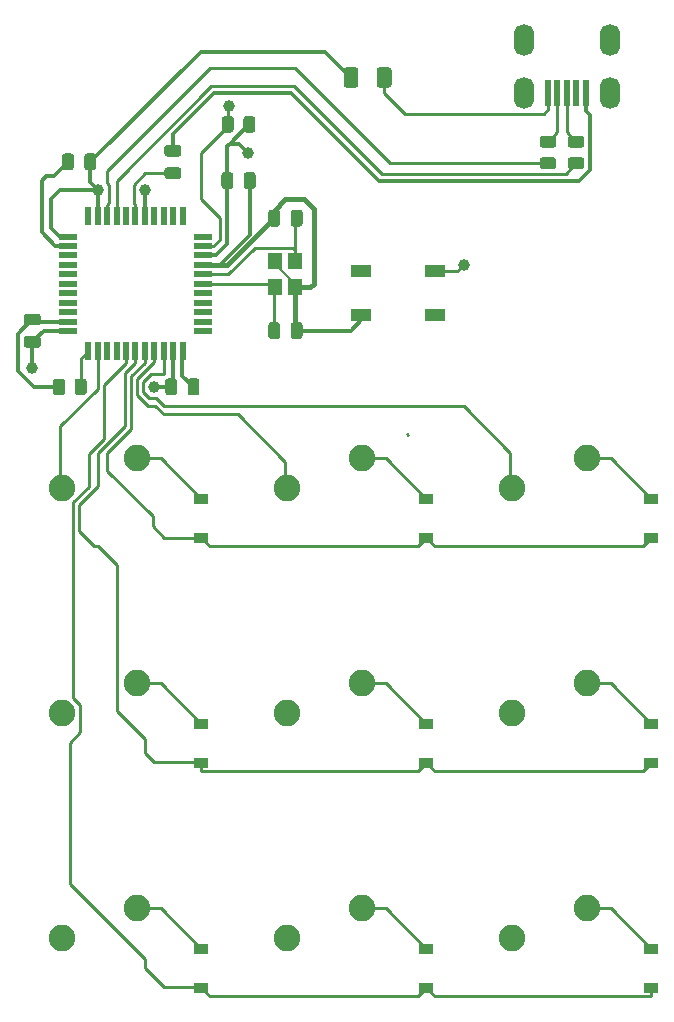
<source format=gbr>
%TF.GenerationSoftware,KiCad,Pcbnew,(5.1.9)-1*%
%TF.CreationDate,2021-02-16T15:15:00-07:00*%
%TF.ProjectId,keyboard_design_example,6b657962-6f61-4726-945f-64657369676e,rev?*%
%TF.SameCoordinates,Original*%
%TF.FileFunction,Copper,L2,Bot*%
%TF.FilePolarity,Positive*%
%FSLAX46Y46*%
G04 Gerber Fmt 4.6, Leading zero omitted, Abs format (unit mm)*
G04 Created by KiCad (PCBNEW (5.1.9)-1) date 2021-02-16 15:15:00*
%MOMM*%
%LPD*%
G01*
G04 APERTURE LIST*
%TA.AperFunction,ComponentPad*%
%ADD10C,2.250000*%
%TD*%
%TA.AperFunction,SMDPad,CuDef*%
%ADD11R,1.500000X0.550000*%
%TD*%
%TA.AperFunction,SMDPad,CuDef*%
%ADD12R,0.550000X1.500000*%
%TD*%
%TA.AperFunction,SMDPad,CuDef*%
%ADD13R,1.200000X0.900000*%
%TD*%
%TA.AperFunction,SMDPad,CuDef*%
%ADD14R,1.200000X1.400000*%
%TD*%
%TA.AperFunction,ComponentPad*%
%ADD15O,1.700000X2.700000*%
%TD*%
%TA.AperFunction,SMDPad,CuDef*%
%ADD16R,0.500000X2.250000*%
%TD*%
%TA.AperFunction,SMDPad,CuDef*%
%ADD17R,1.800000X1.100000*%
%TD*%
%TA.AperFunction,ViaPad*%
%ADD18C,1.000000*%
%TD*%
%TA.AperFunction,Conductor*%
%ADD19C,0.254000*%
%TD*%
%TA.AperFunction,Conductor*%
%ADD20C,0.350000*%
%TD*%
%TA.AperFunction,Conductor*%
%ADD21C,0.381000*%
%TD*%
%TA.AperFunction,Conductor*%
%ADD22C,0.200000*%
%TD*%
G04 APERTURE END LIST*
D10*
%TO.P,MX4,2*%
%TO.N,Net-(D4-Pad2)*%
X24765000Y-163195000D03*
%TO.P,MX4,1*%
%TO.N,COL0*%
X18415000Y-165735000D03*
%TD*%
%TO.P,MX1,2*%
%TO.N,Net-(D1-Pad2)*%
X24765000Y-144145000D03*
%TO.P,MX1,1*%
%TO.N,COL0*%
X18415000Y-146685000D03*
%TD*%
%TO.P,MX6,2*%
%TO.N,Net-(D6-Pad2)*%
X62865000Y-163195000D03*
%TO.P,MX6,1*%
%TO.N,COL2*%
X56515000Y-165735000D03*
%TD*%
%TO.P,MX9,2*%
%TO.N,Net-(D9-Pad2)*%
X62865000Y-182245000D03*
%TO.P,MX9,1*%
%TO.N,COL2*%
X56515000Y-184785000D03*
%TD*%
%TO.P,MX2,2*%
%TO.N,Net-(D2-Pad2)*%
X43815000Y-144145000D03*
%TO.P,MX2,1*%
%TO.N,COL1*%
X37465000Y-146685000D03*
%TD*%
%TO.P,MX5,2*%
%TO.N,Net-(D5-Pad2)*%
X43815000Y-163195000D03*
%TO.P,MX5,1*%
%TO.N,COL1*%
X37465000Y-165735000D03*
%TD*%
D11*
%TO.P,U1,44*%
%TO.N,+5V*%
X18906250Y-125381250D03*
%TO.P,U1,43*%
%TO.N,GND*%
X18906250Y-126181250D03*
%TO.P,U1,42*%
%TO.N,Net-(U1-Pad42)*%
X18906250Y-126981250D03*
%TO.P,U1,41*%
%TO.N,Net-(U1-Pad41)*%
X18906250Y-127781250D03*
%TO.P,U1,40*%
%TO.N,Net-(U1-Pad40)*%
X18906250Y-128581250D03*
%TO.P,U1,39*%
%TO.N,Net-(U1-Pad39)*%
X18906250Y-129381250D03*
%TO.P,U1,38*%
%TO.N,Net-(U1-Pad38)*%
X18906250Y-130181250D03*
%TO.P,U1,37*%
%TO.N,Net-(U1-Pad37)*%
X18906250Y-130981250D03*
%TO.P,U1,36*%
%TO.N,Net-(U1-Pad36)*%
X18906250Y-131781250D03*
%TO.P,U1,35*%
%TO.N,GND*%
X18906250Y-132581250D03*
%TO.P,U1,34*%
%TO.N,+5V*%
X18906250Y-133381250D03*
D12*
%TO.P,U1,33*%
%TO.N,Net-(R4-Pad2)*%
X20606250Y-135081250D03*
%TO.P,U1,32*%
%TO.N,COL0*%
X21406250Y-135081250D03*
%TO.P,U1,31*%
%TO.N,Net-(U1-Pad31)*%
X22206250Y-135081250D03*
%TO.P,U1,30*%
%TO.N,Net-(U1-Pad30)*%
X23006250Y-135081250D03*
%TO.P,U1,29*%
%TO.N,ROW2*%
X23806250Y-135081250D03*
%TO.P,U1,28*%
%TO.N,ROW1*%
X24606250Y-135081250D03*
%TO.P,U1,27*%
%TO.N,ROW0*%
X25406250Y-135081250D03*
%TO.P,U1,26*%
%TO.N,COL1*%
X26206250Y-135081250D03*
%TO.P,U1,25*%
%TO.N,COL2*%
X27006250Y-135081250D03*
%TO.P,U1,24*%
%TO.N,+5V*%
X27806250Y-135081250D03*
%TO.P,U1,23*%
%TO.N,GND*%
X28606250Y-135081250D03*
D11*
%TO.P,U1,22*%
%TO.N,Net-(U1-Pad22)*%
X30306250Y-133381250D03*
%TO.P,U1,21*%
%TO.N,Net-(U1-Pad21)*%
X30306250Y-132581250D03*
%TO.P,U1,20*%
%TO.N,Net-(U1-Pad20)*%
X30306250Y-131781250D03*
%TO.P,U1,19*%
%TO.N,Net-(U1-Pad19)*%
X30306250Y-130981250D03*
%TO.P,U1,18*%
%TO.N,Net-(U1-Pad18)*%
X30306250Y-130181250D03*
%TO.P,U1,17*%
%TO.N,Net-(C5-Pad1)*%
X30306250Y-129381250D03*
%TO.P,U1,16*%
%TO.N,Net-(C6-Pad1)*%
X30306250Y-128581250D03*
%TO.P,U1,15*%
%TO.N,GND*%
X30306250Y-127781250D03*
%TO.P,U1,14*%
%TO.N,+5V*%
X30306250Y-126981250D03*
%TO.P,U1,13*%
%TO.N,Net-(R3-Pad2)*%
X30306250Y-126181250D03*
%TO.P,U1,12*%
%TO.N,Net-(U1-Pad12)*%
X30306250Y-125381250D03*
D12*
%TO.P,U1,11*%
%TO.N,Net-(U1-Pad11)*%
X28606250Y-123681250D03*
%TO.P,U1,10*%
%TO.N,Net-(U1-Pad10)*%
X27806250Y-123681250D03*
%TO.P,U1,9*%
%TO.N,Net-(U1-Pad9)*%
X27006250Y-123681250D03*
%TO.P,U1,8*%
%TO.N,Net-(U1-Pad8)*%
X26206250Y-123681250D03*
%TO.P,U1,7*%
%TO.N,+5V*%
X25406250Y-123681250D03*
%TO.P,U1,6*%
%TO.N,Net-(C7-Pad1)*%
X24606250Y-123681250D03*
%TO.P,U1,5*%
%TO.N,GND*%
X23806250Y-123681250D03*
%TO.P,U1,4*%
%TO.N,Net-(R2-Pad1)*%
X23006250Y-123681250D03*
%TO.P,U1,3*%
%TO.N,Net-(R1-Pad1)*%
X22206250Y-123681250D03*
%TO.P,U1,2*%
%TO.N,+5V*%
X21406250Y-123681250D03*
%TO.P,U1,1*%
%TO.N,Net-(U1-Pad1)*%
X20606250Y-123681250D03*
%TD*%
D10*
%TO.P,MX8,2*%
%TO.N,Net-(D8-Pad2)*%
X43815000Y-182245000D03*
%TO.P,MX8,1*%
%TO.N,COL1*%
X37465000Y-184785000D03*
%TD*%
%TO.P,MX7,2*%
%TO.N,Net-(D7-Pad2)*%
X24765000Y-182245000D03*
%TO.P,MX7,1*%
%TO.N,COL0*%
X18415000Y-184785000D03*
%TD*%
%TO.P,MX3,2*%
%TO.N,Net-(D3-Pad2)*%
X62865000Y-144145000D03*
%TO.P,MX3,1*%
%TO.N,COL2*%
X56515000Y-146685000D03*
%TD*%
D13*
%TO.P,D9,2*%
%TO.N,Net-(D9-Pad2)*%
X68262500Y-185675000D03*
%TO.P,D9,1*%
%TO.N,ROW2*%
X68262500Y-188975000D03*
%TD*%
%TO.P,D8,2*%
%TO.N,Net-(D8-Pad2)*%
X49212500Y-185675000D03*
%TO.P,D8,1*%
%TO.N,ROW2*%
X49212500Y-188975000D03*
%TD*%
%TO.P,D7,2*%
%TO.N,Net-(D7-Pad2)*%
X30162500Y-185675000D03*
%TO.P,D7,1*%
%TO.N,ROW2*%
X30162500Y-188975000D03*
%TD*%
%TO.P,D6,2*%
%TO.N,Net-(D6-Pad2)*%
X68262500Y-166625000D03*
%TO.P,D6,1*%
%TO.N,ROW1*%
X68262500Y-169925000D03*
%TD*%
%TO.P,D3,2*%
%TO.N,Net-(D3-Pad2)*%
X68262500Y-147575000D03*
%TO.P,D3,1*%
%TO.N,ROW0*%
X68262500Y-150875000D03*
%TD*%
D14*
%TO.P,Y1,4*%
%TO.N,GND*%
X36456250Y-127487500D03*
%TO.P,Y1,3*%
%TO.N,Net-(C6-Pad1)*%
X36456250Y-129687500D03*
%TO.P,Y1,2*%
%TO.N,GND*%
X38156250Y-129687500D03*
%TO.P,Y1,1*%
%TO.N,Net-(C5-Pad1)*%
X38156250Y-127487500D03*
%TD*%
D15*
%TO.P,USB1,6*%
%TO.N,Net-(USB1-Pad6)*%
X57468750Y-108743750D03*
X64768750Y-108743750D03*
X64768750Y-113243750D03*
X57468750Y-113243750D03*
D16*
%TO.P,USB1,5*%
%TO.N,VCC*%
X59518750Y-113243750D03*
%TO.P,USB1,4*%
%TO.N,D-*%
X60318750Y-113243750D03*
%TO.P,USB1,3*%
%TO.N,D+*%
X61118750Y-113243750D03*
%TO.P,USB1,2*%
%TO.N,Net-(USB1-Pad2)*%
X61918750Y-113243750D03*
%TO.P,USB1,1*%
%TO.N,GND*%
X62718750Y-113243750D03*
%TD*%
D17*
%TO.P,SW1,4*%
%TO.N,N/C*%
X49931250Y-132025000D03*
%TO.P,SW1,3*%
X43731250Y-128325000D03*
%TO.P,SW1,2*%
%TO.N,Net-(R3-Pad2)*%
X49931250Y-128325000D03*
%TO.P,SW1,1*%
%TO.N,GND*%
X43731250Y-132025000D03*
%TD*%
%TO.P,R4,2*%
%TO.N,Net-(R4-Pad2)*%
%TA.AperFunction,SMDPad,CuDef*%
G36*
G01*
X19450000Y-138562501D02*
X19450000Y-137662499D01*
G75*
G02*
X19699999Y-137412500I249999J0D01*
G01*
X20225001Y-137412500D01*
G75*
G02*
X20475000Y-137662499I0J-249999D01*
G01*
X20475000Y-138562501D01*
G75*
G02*
X20225001Y-138812500I-249999J0D01*
G01*
X19699999Y-138812500D01*
G75*
G02*
X19450000Y-138562501I0J249999D01*
G01*
G37*
%TD.AperFunction*%
%TO.P,R4,1*%
%TO.N,GND*%
%TA.AperFunction,SMDPad,CuDef*%
G36*
G01*
X17625000Y-138562501D02*
X17625000Y-137662499D01*
G75*
G02*
X17874999Y-137412500I249999J0D01*
G01*
X18400001Y-137412500D01*
G75*
G02*
X18650000Y-137662499I0J-249999D01*
G01*
X18650000Y-138562501D01*
G75*
G02*
X18400001Y-138812500I-249999J0D01*
G01*
X17874999Y-138812500D01*
G75*
G02*
X17625000Y-138562501I0J249999D01*
G01*
G37*
%TD.AperFunction*%
%TD*%
%TO.P,R3,2*%
%TO.N,Net-(R3-Pad2)*%
%TA.AperFunction,SMDPad,CuDef*%
G36*
G01*
X32937500Y-115437499D02*
X32937500Y-116337501D01*
G75*
G02*
X32687501Y-116587500I-249999J0D01*
G01*
X32162499Y-116587500D01*
G75*
G02*
X31912500Y-116337501I0J249999D01*
G01*
X31912500Y-115437499D01*
G75*
G02*
X32162499Y-115187500I249999J0D01*
G01*
X32687501Y-115187500D01*
G75*
G02*
X32937500Y-115437499I0J-249999D01*
G01*
G37*
%TD.AperFunction*%
%TO.P,R3,1*%
%TO.N,+5V*%
%TA.AperFunction,SMDPad,CuDef*%
G36*
G01*
X34762500Y-115437499D02*
X34762500Y-116337501D01*
G75*
G02*
X34512501Y-116587500I-249999J0D01*
G01*
X33987499Y-116587500D01*
G75*
G02*
X33737500Y-116337501I0J249999D01*
G01*
X33737500Y-115437499D01*
G75*
G02*
X33987499Y-115187500I249999J0D01*
G01*
X34512501Y-115187500D01*
G75*
G02*
X34762500Y-115437499I0J-249999D01*
G01*
G37*
%TD.AperFunction*%
%TD*%
%TO.P,R2,2*%
%TO.N,D+*%
%TA.AperFunction,SMDPad,CuDef*%
G36*
G01*
X62362501Y-117868750D02*
X61462499Y-117868750D01*
G75*
G02*
X61212500Y-117618751I0J249999D01*
G01*
X61212500Y-117093749D01*
G75*
G02*
X61462499Y-116843750I249999J0D01*
G01*
X62362501Y-116843750D01*
G75*
G02*
X62612500Y-117093749I0J-249999D01*
G01*
X62612500Y-117618751D01*
G75*
G02*
X62362501Y-117868750I-249999J0D01*
G01*
G37*
%TD.AperFunction*%
%TO.P,R2,1*%
%TO.N,Net-(R2-Pad1)*%
%TA.AperFunction,SMDPad,CuDef*%
G36*
G01*
X62362501Y-119693750D02*
X61462499Y-119693750D01*
G75*
G02*
X61212500Y-119443751I0J249999D01*
G01*
X61212500Y-118918749D01*
G75*
G02*
X61462499Y-118668750I249999J0D01*
G01*
X62362501Y-118668750D01*
G75*
G02*
X62612500Y-118918749I0J-249999D01*
G01*
X62612500Y-119443751D01*
G75*
G02*
X62362501Y-119693750I-249999J0D01*
G01*
G37*
%TD.AperFunction*%
%TD*%
%TO.P,R1,2*%
%TO.N,D-*%
%TA.AperFunction,SMDPad,CuDef*%
G36*
G01*
X59981251Y-117868750D02*
X59081249Y-117868750D01*
G75*
G02*
X58831250Y-117618751I0J249999D01*
G01*
X58831250Y-117093749D01*
G75*
G02*
X59081249Y-116843750I249999J0D01*
G01*
X59981251Y-116843750D01*
G75*
G02*
X60231250Y-117093749I0J-249999D01*
G01*
X60231250Y-117618751D01*
G75*
G02*
X59981251Y-117868750I-249999J0D01*
G01*
G37*
%TD.AperFunction*%
%TO.P,R1,1*%
%TO.N,Net-(R1-Pad1)*%
%TA.AperFunction,SMDPad,CuDef*%
G36*
G01*
X59981251Y-119693750D02*
X59081249Y-119693750D01*
G75*
G02*
X58831250Y-119443751I0J249999D01*
G01*
X58831250Y-118918749D01*
G75*
G02*
X59081249Y-118668750I249999J0D01*
G01*
X59981251Y-118668750D01*
G75*
G02*
X60231250Y-118918749I0J-249999D01*
G01*
X60231250Y-119443751D01*
G75*
G02*
X59981251Y-119693750I-249999J0D01*
G01*
G37*
%TD.AperFunction*%
%TD*%
%TO.P,F1,2*%
%TO.N,VCC*%
%TA.AperFunction,SMDPad,CuDef*%
G36*
G01*
X45037500Y-112543750D02*
X45037500Y-111293750D01*
G75*
G02*
X45287500Y-111043750I250000J0D01*
G01*
X46037500Y-111043750D01*
G75*
G02*
X46287500Y-111293750I0J-250000D01*
G01*
X46287500Y-112543750D01*
G75*
G02*
X46037500Y-112793750I-250000J0D01*
G01*
X45287500Y-112793750D01*
G75*
G02*
X45037500Y-112543750I0J250000D01*
G01*
G37*
%TD.AperFunction*%
%TO.P,F1,1*%
%TO.N,+5V*%
%TA.AperFunction,SMDPad,CuDef*%
G36*
G01*
X42237500Y-112543750D02*
X42237500Y-111293750D01*
G75*
G02*
X42487500Y-111043750I250000J0D01*
G01*
X43237500Y-111043750D01*
G75*
G02*
X43487500Y-111293750I0J-250000D01*
G01*
X43487500Y-112543750D01*
G75*
G02*
X43237500Y-112793750I-250000J0D01*
G01*
X42487500Y-112793750D01*
G75*
G02*
X42237500Y-112543750I0J250000D01*
G01*
G37*
%TD.AperFunction*%
%TD*%
D13*
%TO.P,D5,2*%
%TO.N,Net-(D5-Pad2)*%
X49212500Y-166625000D03*
%TO.P,D5,1*%
%TO.N,ROW1*%
X49212500Y-169925000D03*
%TD*%
%TO.P,D4,2*%
%TO.N,Net-(D4-Pad2)*%
X30162500Y-166625000D03*
%TO.P,D4,1*%
%TO.N,ROW1*%
X30162500Y-169925000D03*
%TD*%
%TO.P,D2,2*%
%TO.N,Net-(D2-Pad2)*%
X49212500Y-147575000D03*
%TO.P,D2,1*%
%TO.N,ROW0*%
X49212500Y-150875000D03*
%TD*%
%TO.P,D1,2*%
%TO.N,Net-(D1-Pad2)*%
X30162500Y-147575000D03*
%TO.P,D1,1*%
%TO.N,ROW0*%
X30162500Y-150875000D03*
%TD*%
%TO.P,C7,2*%
%TO.N,GND*%
%TA.AperFunction,SMDPad,CuDef*%
G36*
G01*
X28256250Y-118612500D02*
X27306250Y-118612500D01*
G75*
G02*
X27056250Y-118362500I0J250000D01*
G01*
X27056250Y-117862500D01*
G75*
G02*
X27306250Y-117612500I250000J0D01*
G01*
X28256250Y-117612500D01*
G75*
G02*
X28506250Y-117862500I0J-250000D01*
G01*
X28506250Y-118362500D01*
G75*
G02*
X28256250Y-118612500I-250000J0D01*
G01*
G37*
%TD.AperFunction*%
%TO.P,C7,1*%
%TO.N,Net-(C7-Pad1)*%
%TA.AperFunction,SMDPad,CuDef*%
G36*
G01*
X28256250Y-120512500D02*
X27306250Y-120512500D01*
G75*
G02*
X27056250Y-120262500I0J250000D01*
G01*
X27056250Y-119762500D01*
G75*
G02*
X27306250Y-119512500I250000J0D01*
G01*
X28256250Y-119512500D01*
G75*
G02*
X28506250Y-119762500I0J-250000D01*
G01*
X28506250Y-120262500D01*
G75*
G02*
X28256250Y-120512500I-250000J0D01*
G01*
G37*
%TD.AperFunction*%
%TD*%
%TO.P,C6,2*%
%TO.N,GND*%
%TA.AperFunction,SMDPad,CuDef*%
G36*
G01*
X37756250Y-133825000D02*
X37756250Y-132875000D01*
G75*
G02*
X38006250Y-132625000I250000J0D01*
G01*
X38506250Y-132625000D01*
G75*
G02*
X38756250Y-132875000I0J-250000D01*
G01*
X38756250Y-133825000D01*
G75*
G02*
X38506250Y-134075000I-250000J0D01*
G01*
X38006250Y-134075000D01*
G75*
G02*
X37756250Y-133825000I0J250000D01*
G01*
G37*
%TD.AperFunction*%
%TO.P,C6,1*%
%TO.N,Net-(C6-Pad1)*%
%TA.AperFunction,SMDPad,CuDef*%
G36*
G01*
X35856250Y-133825000D02*
X35856250Y-132875000D01*
G75*
G02*
X36106250Y-132625000I250000J0D01*
G01*
X36606250Y-132625000D01*
G75*
G02*
X36856250Y-132875000I0J-250000D01*
G01*
X36856250Y-133825000D01*
G75*
G02*
X36606250Y-134075000I-250000J0D01*
G01*
X36106250Y-134075000D01*
G75*
G02*
X35856250Y-133825000I0J250000D01*
G01*
G37*
%TD.AperFunction*%
%TD*%
%TO.P,C5,2*%
%TO.N,GND*%
%TA.AperFunction,SMDPad,CuDef*%
G36*
G01*
X36856250Y-123350000D02*
X36856250Y-124300000D01*
G75*
G02*
X36606250Y-124550000I-250000J0D01*
G01*
X36106250Y-124550000D01*
G75*
G02*
X35856250Y-124300000I0J250000D01*
G01*
X35856250Y-123350000D01*
G75*
G02*
X36106250Y-123100000I250000J0D01*
G01*
X36606250Y-123100000D01*
G75*
G02*
X36856250Y-123350000I0J-250000D01*
G01*
G37*
%TD.AperFunction*%
%TO.P,C5,1*%
%TO.N,Net-(C5-Pad1)*%
%TA.AperFunction,SMDPad,CuDef*%
G36*
G01*
X38756250Y-123350000D02*
X38756250Y-124300000D01*
G75*
G02*
X38506250Y-124550000I-250000J0D01*
G01*
X38006250Y-124550000D01*
G75*
G02*
X37756250Y-124300000I0J250000D01*
G01*
X37756250Y-123350000D01*
G75*
G02*
X38006250Y-123100000I250000J0D01*
G01*
X38506250Y-123100000D01*
G75*
G02*
X38756250Y-123350000I0J-250000D01*
G01*
G37*
%TD.AperFunction*%
%TD*%
%TO.P,C4,2*%
%TO.N,GND*%
%TA.AperFunction,SMDPad,CuDef*%
G36*
G01*
X19393750Y-118587500D02*
X19393750Y-119537500D01*
G75*
G02*
X19143750Y-119787500I-250000J0D01*
G01*
X18643750Y-119787500D01*
G75*
G02*
X18393750Y-119537500I0J250000D01*
G01*
X18393750Y-118587500D01*
G75*
G02*
X18643750Y-118337500I250000J0D01*
G01*
X19143750Y-118337500D01*
G75*
G02*
X19393750Y-118587500I0J-250000D01*
G01*
G37*
%TD.AperFunction*%
%TO.P,C4,1*%
%TO.N,+5V*%
%TA.AperFunction,SMDPad,CuDef*%
G36*
G01*
X21293750Y-118587500D02*
X21293750Y-119537500D01*
G75*
G02*
X21043750Y-119787500I-250000J0D01*
G01*
X20543750Y-119787500D01*
G75*
G02*
X20293750Y-119537500I0J250000D01*
G01*
X20293750Y-118587500D01*
G75*
G02*
X20543750Y-118337500I250000J0D01*
G01*
X21043750Y-118337500D01*
G75*
G02*
X21293750Y-118587500I0J-250000D01*
G01*
G37*
%TD.AperFunction*%
%TD*%
%TO.P,C3,2*%
%TO.N,GND*%
%TA.AperFunction,SMDPad,CuDef*%
G36*
G01*
X33787500Y-121125000D02*
X33787500Y-120175000D01*
G75*
G02*
X34037500Y-119925000I250000J0D01*
G01*
X34537500Y-119925000D01*
G75*
G02*
X34787500Y-120175000I0J-250000D01*
G01*
X34787500Y-121125000D01*
G75*
G02*
X34537500Y-121375000I-250000J0D01*
G01*
X34037500Y-121375000D01*
G75*
G02*
X33787500Y-121125000I0J250000D01*
G01*
G37*
%TD.AperFunction*%
%TO.P,C3,1*%
%TO.N,+5V*%
%TA.AperFunction,SMDPad,CuDef*%
G36*
G01*
X31887500Y-121125000D02*
X31887500Y-120175000D01*
G75*
G02*
X32137500Y-119925000I250000J0D01*
G01*
X32637500Y-119925000D01*
G75*
G02*
X32887500Y-120175000I0J-250000D01*
G01*
X32887500Y-121125000D01*
G75*
G02*
X32637500Y-121375000I-250000J0D01*
G01*
X32137500Y-121375000D01*
G75*
G02*
X31887500Y-121125000I0J250000D01*
G01*
G37*
%TD.AperFunction*%
%TD*%
%TO.P,C2,2*%
%TO.N,GND*%
%TA.AperFunction,SMDPad,CuDef*%
G36*
G01*
X29025000Y-138587500D02*
X29025000Y-137637500D01*
G75*
G02*
X29275000Y-137387500I250000J0D01*
G01*
X29775000Y-137387500D01*
G75*
G02*
X30025000Y-137637500I0J-250000D01*
G01*
X30025000Y-138587500D01*
G75*
G02*
X29775000Y-138837500I-250000J0D01*
G01*
X29275000Y-138837500D01*
G75*
G02*
X29025000Y-138587500I0J250000D01*
G01*
G37*
%TD.AperFunction*%
%TO.P,C2,1*%
%TO.N,+5V*%
%TA.AperFunction,SMDPad,CuDef*%
G36*
G01*
X27125000Y-138587500D02*
X27125000Y-137637500D01*
G75*
G02*
X27375000Y-137387500I250000J0D01*
G01*
X27875000Y-137387500D01*
G75*
G02*
X28125000Y-137637500I0J-250000D01*
G01*
X28125000Y-138587500D01*
G75*
G02*
X27875000Y-138837500I-250000J0D01*
G01*
X27375000Y-138837500D01*
G75*
G02*
X27125000Y-138587500I0J250000D01*
G01*
G37*
%TD.AperFunction*%
%TD*%
%TO.P,C1,2*%
%TO.N,GND*%
%TA.AperFunction,SMDPad,CuDef*%
G36*
G01*
X16350000Y-132900000D02*
X15400000Y-132900000D01*
G75*
G02*
X15150000Y-132650000I0J250000D01*
G01*
X15150000Y-132150000D01*
G75*
G02*
X15400000Y-131900000I250000J0D01*
G01*
X16350000Y-131900000D01*
G75*
G02*
X16600000Y-132150000I0J-250000D01*
G01*
X16600000Y-132650000D01*
G75*
G02*
X16350000Y-132900000I-250000J0D01*
G01*
G37*
%TD.AperFunction*%
%TO.P,C1,1*%
%TO.N,+5V*%
%TA.AperFunction,SMDPad,CuDef*%
G36*
G01*
X16350000Y-134800000D02*
X15400000Y-134800000D01*
G75*
G02*
X15150000Y-134550000I0J250000D01*
G01*
X15150000Y-134050000D01*
G75*
G02*
X15400000Y-133800000I250000J0D01*
G01*
X16350000Y-133800000D01*
G75*
G02*
X16600000Y-134050000I0J-250000D01*
G01*
X16600000Y-134550000D01*
G75*
G02*
X16350000Y-134800000I-250000J0D01*
G01*
G37*
%TD.AperFunction*%
%TD*%
D18*
%TO.N,+5V*%
X34131250Y-118268750D03*
X15875000Y-136525000D03*
X26193750Y-138112500D03*
X25400000Y-121443750D03*
X21431250Y-121443750D03*
%TO.N,Net-(R3-Pad2)*%
X52387500Y-127793750D03*
X32543750Y-114300000D03*
%TD*%
D19*
%TO.N,*%
X47625000Y-142117562D02*
X47652010Y-142144572D01*
X47625000Y-142081250D02*
X47625000Y-142117562D01*
D20*
%TO.N,+5V*%
X20793750Y-120806250D02*
X21431250Y-121443750D01*
X20793750Y-119062500D02*
X20793750Y-120806250D01*
X21431250Y-123656250D02*
X21406250Y-123681250D01*
X21431250Y-121443750D02*
X21431250Y-123656250D01*
X18287500Y-125381250D02*
X18906250Y-125381250D01*
X18256250Y-125412500D02*
X18287500Y-125381250D01*
X17462500Y-124618750D02*
X18256250Y-125412500D01*
X17462500Y-122237500D02*
X17462500Y-124618750D01*
X18256250Y-121443750D02*
X17462500Y-122237500D01*
X21431250Y-121443750D02*
X18256250Y-121443750D01*
X32387500Y-117750000D02*
X32387500Y-120650000D01*
X31386252Y-126981250D02*
X30306250Y-126981250D01*
X32387500Y-125980002D02*
X31386252Y-126981250D01*
X32387500Y-120650000D02*
X32387500Y-125980002D01*
X25400000Y-123675000D02*
X25406250Y-123681250D01*
X25400000Y-121443750D02*
X25400000Y-123675000D01*
X30127009Y-109729241D02*
X20793750Y-119062500D01*
X40672991Y-109729241D02*
X30127009Y-109729241D01*
X42862500Y-111918750D02*
X40672991Y-109729241D01*
X27806250Y-137931250D02*
X27806250Y-135081250D01*
X27625000Y-138112500D02*
X27806250Y-137931250D01*
X15875000Y-134300000D02*
X16825000Y-133350000D01*
X18875000Y-133350000D02*
X18906250Y-133381250D01*
X16825000Y-133350000D02*
X18875000Y-133350000D01*
X15875000Y-136525000D02*
X15875000Y-134300000D01*
X27625000Y-138112500D02*
X26193750Y-138112500D01*
X32603125Y-117534375D02*
X33396875Y-117534375D01*
X34250000Y-115887500D02*
X32603125Y-117534375D01*
X33396875Y-117534375D02*
X34131250Y-118268750D01*
X32603125Y-117534375D02*
X32387500Y-117750000D01*
D19*
%TO.N,Net-(C6-Pad1)*%
X36150000Y-129381250D02*
X30306250Y-129381250D01*
X36456250Y-129687500D02*
X36150000Y-129381250D01*
X36356250Y-129787500D02*
X36456250Y-129687500D01*
X36356250Y-133350000D02*
X36356250Y-129787500D01*
%TO.N,Net-(C5-Pad1)*%
X38156250Y-123925000D02*
X38256250Y-123825000D01*
X38156250Y-127487500D02*
X38156250Y-123925000D01*
X32473290Y-128581250D02*
X30306250Y-128581250D01*
X37983249Y-126360499D02*
X34694041Y-126360499D01*
X38156250Y-126533500D02*
X37983249Y-126360499D01*
X34694041Y-126360499D02*
X32473290Y-128581250D01*
X38156250Y-127487500D02*
X38156250Y-126533500D01*
%TO.N,Net-(C7-Pad1)*%
X24472999Y-122554397D02*
X24606250Y-122687648D01*
X24472999Y-120998789D02*
X24472999Y-122554397D01*
X25459288Y-120012500D02*
X24472999Y-120998789D01*
X27781250Y-120012500D02*
X25459288Y-120012500D01*
X24606250Y-122687648D02*
X24606250Y-123825000D01*
X24606250Y-123825000D02*
X24606250Y-123681250D01*
%TO.N,Net-(D1-Pad2)*%
X26732500Y-144145000D02*
X30162500Y-147575000D01*
X24765000Y-144145000D02*
X26732500Y-144145000D01*
%TO.N,ROW1*%
X48491599Y-170645901D02*
X49212500Y-169925000D01*
X30179401Y-170645901D02*
X48491599Y-170645901D01*
X30162500Y-170629000D02*
X30179401Y-170645901D01*
X30162500Y-169925000D02*
X30162500Y-170629000D01*
X67541599Y-170645901D02*
X68262500Y-169925000D01*
X49933401Y-170645901D02*
X67541599Y-170645901D01*
X49212500Y-169925000D02*
X49933401Y-170645901D01*
%TO.N,Net-(D4-Pad2)*%
X26732500Y-163195000D02*
X30162500Y-166625000D01*
%TO.N,D-*%
X60318750Y-116568750D02*
X59531250Y-117356250D01*
X60318750Y-113243750D02*
X60318750Y-116568750D01*
%TO.N,Net-(R1-Pad1)*%
X22206250Y-122677250D02*
X22206250Y-123681250D01*
X22225000Y-119856250D02*
X22225000Y-120865538D01*
X22358251Y-120998789D02*
X22358251Y-122525249D01*
X22225000Y-120865538D02*
X22358251Y-120998789D01*
X30956250Y-111125000D02*
X22225000Y-119856250D01*
X38100000Y-111125000D02*
X30956250Y-111125000D01*
X46156250Y-119181250D02*
X38100000Y-111125000D01*
X22358251Y-122525249D02*
X22206250Y-122677250D01*
%TO.N,D+*%
X61118750Y-116562500D02*
X61912500Y-117356250D01*
X61118750Y-113243750D02*
X61118750Y-116562500D01*
%TO.N,Net-(R2-Pad1)*%
X23006250Y-122465538D02*
X23006250Y-123681250D01*
X23006250Y-120662500D02*
X23006250Y-123681250D01*
X38016749Y-112629249D02*
X31039501Y-112629249D01*
X31039501Y-112629249D02*
X23006250Y-120662500D01*
X45458260Y-120070760D02*
X38016749Y-112629249D01*
X61912500Y-119181250D02*
X61022990Y-120070760D01*
%TO.N,Net-(R3-Pad2)*%
X51856250Y-128325000D02*
X52387500Y-127793750D01*
X49931250Y-128325000D02*
X51856250Y-128325000D01*
X32543750Y-115768750D02*
X32425000Y-115887500D01*
X32425000Y-115887500D02*
X32425000Y-116006250D01*
X32425000Y-116006250D02*
X30162500Y-118268750D01*
X30162500Y-118268750D02*
X30162500Y-122237500D01*
X30162500Y-122237500D02*
X31750000Y-123825000D01*
X31209852Y-126181250D02*
X30306250Y-126181250D01*
X31750000Y-125641102D02*
X31209852Y-126181250D01*
X31750000Y-123825000D02*
X31750000Y-125641102D01*
X32425000Y-114418750D02*
X32543750Y-114300000D01*
X32425000Y-115887500D02*
X32425000Y-114418750D01*
D21*
%TO.N,GND*%
X36456250Y-123925000D02*
X36356250Y-123825000D01*
X38156250Y-133250000D02*
X38256250Y-133350000D01*
D22*
X38156250Y-129367498D02*
X38156250Y-129687500D01*
X36456250Y-127667498D02*
X38156250Y-129367498D01*
X36456250Y-127487500D02*
X36456250Y-127667498D01*
D21*
X36356250Y-123187500D02*
X36356250Y-123825000D01*
X36356250Y-123825000D02*
X34053125Y-126128125D01*
X37306250Y-122237500D02*
X36356250Y-123187500D01*
X38893750Y-122237500D02*
X37306250Y-122237500D01*
X39687500Y-123031250D02*
X38893750Y-122237500D01*
X39381250Y-129687500D02*
X39687500Y-129381250D01*
X38156250Y-129687500D02*
X39381250Y-129687500D01*
X38156250Y-129687500D02*
X38156250Y-133250000D01*
X39687500Y-129381250D02*
X39687500Y-123031250D01*
D20*
X17826248Y-126181250D02*
X18906250Y-126181250D01*
X16668750Y-120650000D02*
X16668750Y-125023752D01*
X16668750Y-125023752D02*
X17826248Y-126181250D01*
X17043749Y-120275001D02*
X16668750Y-120650000D01*
X17681249Y-120275001D02*
X17043749Y-120275001D01*
X18893750Y-119062500D02*
X17681249Y-120275001D01*
X31386252Y-127781250D02*
X30306250Y-127781250D01*
X34287500Y-120650000D02*
X34287500Y-124775000D01*
X34287500Y-124775000D02*
X34287500Y-124880002D01*
D21*
X34053125Y-126128125D02*
X32400000Y-127781250D01*
D20*
X34287500Y-124775000D02*
X34287500Y-125256250D01*
X31762500Y-127781250D02*
X31737500Y-127781250D01*
X34287500Y-125256250D02*
X31762500Y-127781250D01*
D21*
X31737500Y-127781250D02*
X30306250Y-127781250D01*
X32400000Y-127781250D02*
X31737500Y-127781250D01*
D20*
X29525000Y-138112500D02*
X28575000Y-137162500D01*
X28575000Y-135112500D02*
X28606250Y-135081250D01*
X28575000Y-137162500D02*
X28575000Y-135112500D01*
X14674990Y-133600010D02*
X15875000Y-132400000D01*
X14674990Y-136767992D02*
X14674990Y-133600010D01*
X16019498Y-138112500D02*
X14674990Y-136767992D01*
X18137500Y-138112500D02*
X16019498Y-138112500D01*
X16056250Y-132581250D02*
X18906250Y-132581250D01*
X15875000Y-132400000D02*
X16056250Y-132581250D01*
X43731250Y-132025000D02*
X43731250Y-132481250D01*
X42862500Y-133350000D02*
X38256250Y-133350000D01*
X43731250Y-132481250D02*
X42862500Y-133350000D01*
X34310270Y-120672770D02*
X34287500Y-120650000D01*
X27781250Y-116738870D02*
X27781250Y-118112500D01*
X31288861Y-113231259D02*
X27781250Y-116738870D01*
X37767389Y-113231259D02*
X31288861Y-113231259D01*
X45208899Y-120672769D02*
X37767389Y-113231259D01*
X63087510Y-115087510D02*
X63087510Y-119744062D01*
X62718750Y-114718750D02*
X63087510Y-115087510D01*
X62718750Y-113243750D02*
X62718750Y-114718750D01*
D19*
%TO.N,Net-(D5-Pad2)*%
X45782500Y-163195000D02*
X49212500Y-166625000D01*
X43815000Y-163195000D02*
X45782500Y-163195000D01*
%TO.N,ROW0*%
X48491599Y-151595901D02*
X49212500Y-150875000D01*
X30883401Y-151595901D02*
X48491599Y-151595901D01*
X30162500Y-150875000D02*
X30883401Y-151595901D01*
X67541599Y-151595901D02*
X68262500Y-150875000D01*
X49933401Y-151595901D02*
X67541599Y-151595901D01*
X49212500Y-150875000D02*
X49933401Y-151595901D01*
X30100000Y-150812500D02*
X30162500Y-150875000D01*
X26052999Y-149877999D02*
X27050000Y-150875000D01*
X26052999Y-149084249D02*
X26052999Y-149877999D01*
X22225000Y-145256250D02*
X26052999Y-149084249D01*
X27050000Y-150875000D02*
X30162500Y-150875000D01*
X22225000Y-143668750D02*
X22225000Y-145256250D01*
X24258729Y-141635021D02*
X22225000Y-143668750D01*
X25400000Y-136078326D02*
X24258729Y-137219597D01*
X25400000Y-135991102D02*
X25400000Y-136078326D01*
X25406250Y-135984852D02*
X25400000Y-135991102D01*
X24258729Y-137219597D02*
X24258729Y-141635021D01*
X25406250Y-135081250D02*
X25406250Y-135984852D01*
%TO.N,Net-(D2-Pad2)*%
X45782500Y-144145000D02*
X49212500Y-147575000D01*
X43815000Y-144145000D02*
X45782500Y-144145000D01*
%TO.N,Net-(D3-Pad2)*%
X64832500Y-144145000D02*
X68262500Y-147575000D01*
X62865000Y-144145000D02*
X64832500Y-144145000D01*
%TO.N,Net-(D4-Pad2)*%
X24765000Y-163195000D02*
X26732500Y-163195000D01*
%TO.N,VCC*%
X45662500Y-113197754D02*
X45662500Y-111918750D01*
X47435506Y-114970760D02*
X45662500Y-113197754D01*
X59170740Y-114970760D02*
X47435506Y-114970760D01*
X59518750Y-114622750D02*
X59170740Y-114970760D01*
X59518750Y-113243750D02*
X59518750Y-114622750D01*
%TO.N,COL0*%
X18256250Y-146843750D02*
X18415000Y-146685000D01*
%TO.N,COL1*%
X36830000Y-146050000D02*
X37465000Y-146685000D01*
%TO.N,Net-(R1-Pad1)*%
X59531250Y-119181250D02*
X49887500Y-119181250D01*
X49887500Y-119181250D02*
X46156250Y-119181250D01*
X50006250Y-119181250D02*
X49887500Y-119181250D01*
%TO.N,Net-(R2-Pad1)*%
X61022990Y-120070760D02*
X51014510Y-120070760D01*
X51014510Y-120070760D02*
X45458260Y-120070760D01*
X51497990Y-120070760D02*
X51014510Y-120070760D01*
%TO.N,Net-(R4-Pad2)*%
X19962500Y-135725000D02*
X20606250Y-135081250D01*
X19962500Y-138112500D02*
X19962500Y-135725000D01*
%TO.N,COL1*%
X24762739Y-138766228D02*
X25696511Y-139700000D01*
X24762739Y-137428363D02*
X24762739Y-138766228D01*
X26206250Y-135984852D02*
X24762739Y-137428363D01*
X26206250Y-135081250D02*
X26206250Y-135984852D01*
X25696511Y-139700000D02*
X26274724Y-139700000D01*
X26274724Y-139700000D02*
X26987500Y-140412776D01*
X26987500Y-140412776D02*
X33256526Y-140412776D01*
X33256526Y-140412776D02*
X37306250Y-144462500D01*
D20*
%TO.N,GND*%
X62158803Y-120672769D02*
X62443911Y-120387661D01*
X52410269Y-120672769D02*
X62158803Y-120672769D01*
X62443911Y-120387661D02*
X62158802Y-120672770D01*
X63087510Y-119744062D02*
X62443911Y-120387661D01*
X52633802Y-120672770D02*
X52410269Y-120672769D01*
X52410269Y-120672769D02*
X45208899Y-120672769D01*
D19*
%TO.N,ROW1*%
X23018750Y-154781250D02*
X23018750Y-155575000D01*
X23754719Y-136936781D02*
X24606250Y-136085250D01*
X23754719Y-141426255D02*
X23754719Y-136936781D01*
X21431250Y-143749724D02*
X23754719Y-141426255D01*
X21431250Y-146509816D02*
X21431250Y-143749724D01*
X24606250Y-136085250D02*
X24606250Y-135081250D01*
X19843750Y-148097316D02*
X21431250Y-146509816D01*
X21086967Y-151595901D02*
X19843750Y-150352684D01*
X21420901Y-151595901D02*
X21086967Y-151595901D01*
X19843750Y-150352684D02*
X19843750Y-148097316D01*
X23018750Y-153193750D02*
X21420901Y-151595901D01*
X23018750Y-155575000D02*
X23018750Y-153193750D01*
X26193750Y-169862500D02*
X30100000Y-169862500D01*
X30100000Y-169862500D02*
X30162500Y-169925000D01*
X25400000Y-169068750D02*
X26193750Y-169862500D01*
X25400000Y-167941066D02*
X25400000Y-169068750D01*
X23018750Y-165559816D02*
X25400000Y-167941066D01*
X23018750Y-155575000D02*
X23018750Y-165559816D01*
%TO.N,COL0*%
X18256250Y-146526250D02*
X18415000Y-146685000D01*
X18256250Y-141417978D02*
X18256250Y-146526250D01*
X21406250Y-138267978D02*
X18256250Y-141417978D01*
X21406250Y-135081250D02*
X21406250Y-138267978D01*
%TO.N,COL1*%
X37306250Y-146526250D02*
X37465000Y-146685000D01*
X37306250Y-144462500D02*
X37306250Y-146526250D01*
%TO.N,Net-(D6-Pad2)*%
X64832500Y-163195000D02*
X68262500Y-166625000D01*
X62865000Y-163195000D02*
X64832500Y-163195000D01*
%TO.N,Net-(D7-Pad2)*%
X26732500Y-182245000D02*
X30162500Y-185675000D01*
X24765000Y-182245000D02*
X26732500Y-182245000D01*
%TO.N,ROW2*%
X49933401Y-189695901D02*
X49212500Y-188975000D01*
X68262500Y-189679000D02*
X68245599Y-189695901D01*
X30883401Y-189695901D02*
X30162500Y-188975000D01*
X48491599Y-189695901D02*
X30883401Y-189695901D01*
X49212500Y-188975000D02*
X48491599Y-189695901D01*
X68262500Y-188975000D02*
X68262500Y-189679000D01*
X68245599Y-189695901D02*
X49933401Y-189695901D01*
X30100000Y-188912500D02*
X30162500Y-188975000D01*
X26987500Y-188912500D02*
X30100000Y-188912500D01*
X25400000Y-187325000D02*
X26987500Y-188912500D01*
X23806250Y-135081250D02*
X23806250Y-136085250D01*
X20637500Y-143830698D02*
X20637500Y-146590790D01*
X23806250Y-136085250D02*
X21910260Y-137981240D01*
X21910260Y-137981240D02*
X21910260Y-142557938D01*
X21910260Y-142557938D02*
X20637500Y-143830698D01*
X20637500Y-146590790D02*
X19339740Y-147888549D01*
X19339740Y-147888549D02*
X19339740Y-164436778D01*
X19917001Y-167355961D02*
X19050000Y-168222962D01*
X19339740Y-164436778D02*
X19917001Y-165014039D01*
X19917001Y-165014039D02*
X19917001Y-167355961D01*
X19050000Y-168222962D02*
X19050000Y-180201948D01*
X19050000Y-180201948D02*
X25400000Y-186551948D01*
X25400000Y-186551948D02*
X25400000Y-187325000D01*
%TO.N,Net-(D8-Pad2)*%
X45782500Y-182245000D02*
X49212500Y-185675000D01*
X43815000Y-182245000D02*
X45782500Y-182245000D01*
%TO.N,Net-(D9-Pad2)*%
X64832500Y-182245000D02*
X68262500Y-185675000D01*
X62865000Y-182245000D02*
X64832500Y-182245000D01*
%TO.N,COL2*%
X56197500Y-165735000D02*
X56515000Y-165735000D01*
X56356250Y-143668750D02*
X56356250Y-146526250D01*
X52387500Y-139700000D02*
X56356250Y-143668750D01*
X26987500Y-139700000D02*
X52387500Y-139700000D01*
X26327001Y-139039501D02*
X26987500Y-139700000D01*
X25748789Y-139039501D02*
X26327001Y-139039501D01*
X56356250Y-146526250D02*
X56515000Y-146685000D01*
X25266749Y-137667539D02*
X25266749Y-138557461D01*
X25885476Y-137048812D02*
X25266749Y-137667539D01*
X25266749Y-138557461D02*
X25748789Y-139039501D01*
X27006250Y-137048812D02*
X25885476Y-137048812D01*
X27006250Y-135081250D02*
X27006250Y-137048812D01*
%TD*%
M02*

</source>
